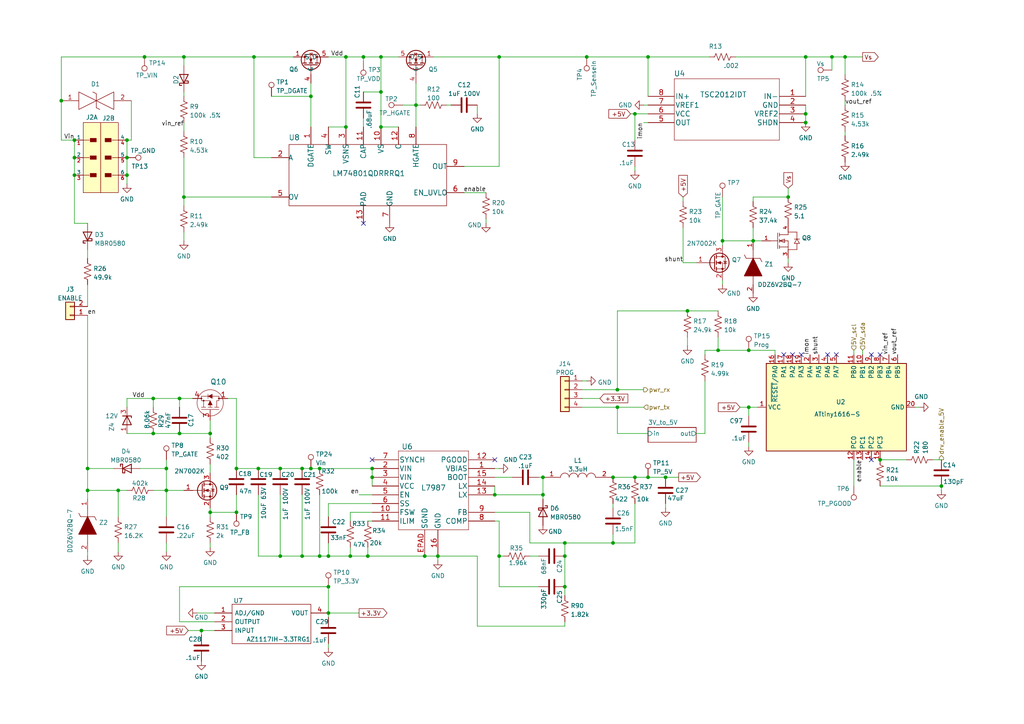
<source format=kicad_sch>
(kicad_sch (version 20230121) (generator eeschema)
  (paper "A4")
  (title_block (title "Power Supply") (company "Buildbotics LLC") (comment 1 "Copyright (c) 2016-2023, Buildbotics LLC") (comment 2 "Licensed under CERN-OHL-S v2 "))
  (junction (at 110.49 36.83))
  (junction (at 21.59 45.72))
  (junction (at 36.83 50.8))
  (junction (at 101.6 161.29))
  (junction (at 48.26 142.24))
  (junction (at 144.78 16.51))
  (junction (at 241.3 16.51))
  (junction (at 255.27 133.35))
  (junction (at 52.07 125.73))
  (junction (at 92.71 135.89))
  (junction (at 81.28 161.29))
  (junction (at 95.25 177.8))
  (junction (at 163.83 157.48))
  (junction (at 228.6 57.15))
  (junction (at 44.45 115.57))
  (junction (at 170.18 16.51))
  (junction (at 90.17 27.94))
  (junction (at 95.25 170.18))
  (junction (at 199.39 90.17))
  (junction (at 245.11 16.51))
  (junction (at 60.96 148.59))
  (junction (at 48.26 135.89))
  (junction (at 143.51 143.51))
  (junction (at 105.41 16.51))
  (junction (at 44.45 125.73))
  (junction (at 60.96 125.73))
  (junction (at 68.58 135.89))
  (junction (at 87.63 135.89))
  (junction (at 107.95 135.89))
  (junction (at 95.25 161.29))
  (junction (at 123.19 161.29))
  (junction (at 107.95 138.43))
  (junction (at 36.83 45.72))
  (junction (at 184.15 33.02))
  (junction (at 179.07 118.11))
  (junction (at 106.68 161.29))
  (junction (at 177.8 138.43))
  (junction (at 144.78 161.29))
  (junction (at 41.91 16.51))
  (junction (at 58.42 182.88))
  (junction (at 53.34 16.51))
  (junction (at 110.49 16.51))
  (junction (at 184.15 138.43))
  (junction (at 17.78 29.21))
  (junction (at 92.71 161.29))
  (junction (at 73.66 16.51))
  (junction (at 163.83 161.29))
  (junction (at 233.68 35.56))
  (junction (at 273.05 140.97))
  (junction (at 87.63 161.29))
  (junction (at 90.17 135.89))
  (junction (at 157.48 143.51))
  (junction (at 74.93 135.89))
  (junction (at 68.58 148.59))
  (junction (at 177.8 157.48))
  (junction (at 21.59 50.8))
  (junction (at 208.28 101.6))
  (junction (at 100.33 36.83))
  (junction (at 157.48 138.43))
  (junction (at 21.59 40.64))
  (junction (at 34.29 142.24))
  (junction (at 53.34 57.15))
  (junction (at 209.55 69.85))
  (junction (at 217.17 118.11))
  (junction (at 120.65 30.48))
  (junction (at 52.07 115.57))
  (junction (at 163.83 170.18))
  (junction (at 217.17 101.6))
  (junction (at 25.4 142.24))
  (junction (at 193.04 138.43))
  (junction (at 233.68 16.51))
  (junction (at 81.28 135.89))
  (junction (at 110.49 26.67))
  (junction (at 179.07 113.03))
  (junction (at 187.96 138.43))
  (junction (at 100.33 16.51))
  (junction (at 25.4 135.89))
  (junction (at 218.44 69.85))
  (junction (at 233.68 33.02))
  (junction (at 187.96 16.51))
  (junction (at 127 161.29))
  (junction (at 36.83 40.64))
  (no_connect (at 252.73 102.87))
  (no_connect (at 255.27 102.87))
  (no_connect (at 242.57 102.87))
  (no_connect (at 240.03 102.87))
  (no_connect (at 107.95 133.35))
  (no_connect (at 105.41 64.77))
  (no_connect (at 227.33 102.87))
  (no_connect (at 232.41 102.87))
  (no_connect (at 229.87 102.87))
  (no_connect (at 252.73 133.35))
  (no_connect (at 143.51 133.35))
  (wire (pts (xy 52.07 115.57) (xy 44.45 115.57)))
  (wire (pts (xy 157.48 144.78) (xy 157.48 143.51)))
  (wire (pts (xy 184.15 48.26) (xy 184.15 49.53)))
  (wire (pts (xy 199.39 100.33) (xy 199.39 97.79)))
  (wire (pts (xy 90.17 24.13) (xy 90.17 27.94)))
  (wire (pts (xy 218.44 66.04) (xy 218.44 69.85)))
  (wire (pts (xy 228.6 76.2) (xy 228.6 74.93)))
  (wire (pts (xy 53.34 57.15) (xy 78.74 57.15)))
  (wire (pts (xy 68.58 115.57) (xy 68.58 135.89)))
  (wire (pts (xy 179.07 90.17) (xy 179.07 113.03)))
  (wire (pts (xy 25.4 135.89) (xy 33.02 135.89)))
  (wire (pts (xy 21.59 64.77) (xy 25.4 64.77)))
  (wire (pts (xy 156.21 138.43) (xy 157.48 138.43)))
  (wire (pts (xy 25.4 142.24) (xy 25.4 144.78)))
  (wire (pts (xy 34.29 142.24) (xy 34.29 149.86)))
  (wire (pts (xy 116.84 30.48) (xy 120.65 30.48)))
  (wire (pts (xy 25.4 135.89) (xy 25.4 142.24)))
  (wire (pts (xy 153.67 161.29) (xy 156.21 161.29)))
  (wire (pts (xy 177.8 147.32) (xy 177.8 146.05)))
  (wire (pts (xy 38.1 40.64) (xy 36.83 40.64)))
  (wire (pts (xy 104.14 143.51) (xy 107.95 143.51)))
  (wire (pts (xy 105.41 34.29) (xy 105.41 36.83)))
  (wire (pts (xy 182.88 33.02) (xy 184.15 33.02)))
  (wire (pts (xy 127 162.56) (xy 127 161.29)))
  (wire (pts (xy 177.8 157.48) (xy 177.8 154.94)))
  (wire (pts (xy 53.34 26.67) (xy 53.34 27.94)))
  (wire (pts (xy 95.25 157.48) (xy 95.25 161.29)))
  (wire (pts (xy 144.78 161.29) (xy 146.05 161.29)))
  (wire (pts (xy 224.79 102.87) (xy 224.79 101.6)))
  (wire (pts (xy 60.96 125.73) (xy 60.96 127)))
  (wire (pts (xy 198.12 76.2) (xy 201.93 76.2)))
  (wire (pts (xy 214.63 118.11) (xy 217.17 118.11)))
  (wire (pts (xy 73.66 16.51) (xy 85.09 16.51)))
  (wire (pts (xy 36.83 142.24) (xy 34.29 142.24)))
  (wire (pts (xy 107.95 148.59) (xy 101.6 148.59)))
  (wire (pts (xy 144.78 151.13) (xy 144.78 161.29)))
  (wire (pts (xy 36.83 50.8) (xy 36.83 53.34)))
  (wire (pts (xy 127 161.29) (xy 138.43 161.29)))
  (wire (pts (xy 38.1 29.21) (xy 38.1 40.64)))
  (wire (pts (xy 74.93 135.89) (xy 81.28 135.89)))
  (wire (pts (xy 179.07 113.03) (xy 168.91 113.03)))
  (wire (pts (xy 106.68 161.29) (xy 123.19 161.29)))
  (wire (pts (xy 53.34 57.15) (xy 53.34 59.69)))
  (wire (pts (xy 209.55 69.85) (xy 218.44 69.85)))
  (wire (pts (xy 81.28 143.51) (xy 81.28 161.29)))
  (wire (pts (xy 68.58 143.51) (xy 68.58 148.59)))
  (wire (pts (xy 48.26 142.24) (xy 48.26 149.86)))
  (wire (pts (xy 60.96 134.62) (xy 60.96 137.16)))
  (wire (pts (xy 101.6 158.75) (xy 101.6 161.29)))
  (wire (pts (xy 66.04 115.57) (xy 68.58 115.57)))
  (wire (pts (xy 34.29 160.02) (xy 34.29 157.48)))
  (wire (pts (xy 110.49 36.83) (xy 115.57 36.83)))
  (wire (pts (xy 184.15 138.43) (xy 187.96 138.43)))
  (wire (pts (xy 129.54 30.48) (xy 130.81 30.48)))
  (wire (pts (xy 170.18 16.51) (xy 187.96 16.51)))
  (wire (pts (xy 143.51 138.43) (xy 148.59 138.43)))
  (wire (pts (xy 144.78 161.29) (xy 144.78 170.18)))
  (wire (pts (xy 228.6 57.15) (xy 218.44 57.15)))
  (wire (pts (xy 199.39 90.17) (xy 208.28 90.17)))
  (wire (pts (xy 157.48 138.43) (xy 157.48 143.51)))
  (wire (pts (xy 209.55 69.85) (xy 209.55 71.12)))
  (wire (pts (xy 52.07 180.34) (xy 52.07 170.18)))
  (wire (pts (xy 52.07 125.73) (xy 60.96 125.73)))
  (wire (pts (xy 163.83 157.48) (xy 177.8 157.48)))
  (wire (pts (xy 143.51 143.51) (xy 157.48 143.51)))
  (wire (pts (xy 187.96 16.51) (xy 205.74 16.51)))
  (wire (pts (xy 198.12 57.15) (xy 198.12 58.42)))
  (wire (pts (xy 245.11 16.51) (xy 245.11 21.59)))
  (wire (pts (xy 58.42 182.88) (xy 62.23 182.88)))
  (wire (pts (xy 100.33 16.51) (xy 105.41 16.51)))
  (wire (pts (xy 209.55 57.15) (xy 209.55 69.85)))
  (wire (pts (xy 48.26 135.89) (xy 48.26 142.24)))
  (wire (pts (xy 95.25 187.96) (xy 95.25 186.69)))
  (wire (pts (xy 177.8 138.43) (xy 184.15 138.43)))
  (wire (pts (xy 68.58 135.89) (xy 74.93 135.89)))
  (wire (pts (xy 101.6 161.29) (xy 106.68 161.29)))
  (wire (pts (xy 163.83 157.48) (xy 163.83 161.29)))
  (wire (pts (xy 179.07 118.11) (xy 179.07 125.73)))
  (wire (pts (xy 163.83 181.61) (xy 163.83 180.34)))
  (wire (pts (xy 184.15 146.05) (xy 184.15 157.48)))
  (wire (pts (xy 163.83 181.61) (xy 138.43 181.61)))
  (wire (pts (xy 74.93 161.29) (xy 81.28 161.29)))
  (wire (pts (xy 218.44 69.85) (xy 220.98 69.85)))
  (wire (pts (xy 95.25 36.83) (xy 100.33 36.83)))
  (wire (pts (xy 134.62 48.26) (xy 144.78 48.26)))
  (wire (pts (xy 105.41 16.51) (xy 105.41 17.78)))
  (wire (pts (xy 41.91 16.51) (xy 53.34 16.51)))
  (wire (pts (xy 184.15 33.02) (xy 184.15 40.64)))
  (wire (pts (xy 233.68 30.48) (xy 233.68 33.02)))
  (wire (pts (xy 25.4 91.44) (xy 25.4 135.89)))
  (wire (pts (xy 78.74 45.72) (xy 73.66 45.72)))
  (wire (pts (xy 204.47 101.6) (xy 204.47 102.87)))
  (wire (pts (xy 73.66 45.72) (xy 73.66 16.51)))
  (wire (pts (xy 90.17 27.94) (xy 90.17 36.83)))
  (wire (pts (xy 36.83 40.64) (xy 36.83 45.72)))
  (wire (pts (xy 95.25 177.8) (xy 104.14 177.8)))
  (wire (pts (xy 53.34 35.56) (xy 53.34 38.1)))
  (wire (pts (xy 217.17 118.11) (xy 217.17 120.65)))
  (wire (pts (xy 184.15 157.48) (xy 177.8 157.48)))
  (wire (pts (xy 144.78 170.18) (xy 156.21 170.18)))
  (wire (pts (xy 17.78 16.51) (xy 41.91 16.51)))
  (wire (pts (xy 179.07 125.73) (xy 187.96 125.73)))
  (wire (pts (xy 245.11 29.21) (xy 245.11 30.48)))
  (wire (pts (xy 153.67 157.48) (xy 163.83 157.48)))
  (wire (pts (xy 198.12 66.04) (xy 198.12 76.2)))
  (wire (pts (xy 60.96 147.32) (xy 60.96 148.59)))
  (wire (pts (xy 218.44 57.15) (xy 218.44 58.42)))
  (wire (pts (xy 44.45 125.73) (xy 52.07 125.73)))
  (wire (pts (xy 208.28 97.79) (xy 208.28 101.6)))
  (wire (pts (xy 60.96 148.59) (xy 68.58 148.59)))
  (wire (pts (xy 106.68 158.75) (xy 106.68 161.29)))
  (wire (pts (xy 74.93 143.51) (xy 74.93 161.29)))
  (wire (pts (xy 53.34 45.72) (xy 53.34 57.15)))
  (wire (pts (xy 92.71 161.29) (xy 95.25 161.29)))
  (wire (pts (xy 107.95 146.05) (xy 95.25 146.05)))
  (wire (pts (xy 92.71 143.51) (xy 92.71 161.29)))
  (wire (pts (xy 270.51 133.35) (xy 273.05 133.35)))
  (wire (pts (xy 52.07 170.18) (xy 95.25 170.18)))
  (wire (pts (xy 255.27 133.35) (xy 262.89 133.35)))
  (wire (pts (xy 186.69 30.48) (xy 187.96 30.48)))
  (wire (pts (xy 101.6 148.59) (xy 101.6 151.13)))
  (wire (pts (xy 21.59 40.64) (xy 21.59 45.72)))
  (wire (pts (xy 53.34 142.24) (xy 48.26 142.24)))
  (wire (pts (xy 95.25 16.51) (xy 100.33 16.51)))
  (wire (pts (xy 48.26 133.35) (xy 48.26 135.89)))
  (wire (pts (xy 95.25 170.18) (xy 95.25 177.8)))
  (wire (pts (xy 21.59 50.8) (xy 21.59 64.77)))
  (wire (pts (xy 233.68 16.51) (xy 241.3 16.51)))
  (wire (pts (xy 95.25 161.29) (xy 101.6 161.29)))
  (wire (pts (xy 217.17 128.27) (xy 217.17 129.54)))
  (wire (pts (xy 199.39 90.17) (xy 179.07 90.17)))
  (wire (pts (xy 143.51 151.13) (xy 144.78 151.13)))
  (wire (pts (xy 60.96 148.59) (xy 60.96 149.86)))
  (wire (pts (xy 36.83 115.57) (xy 36.83 118.11)))
  (wire (pts (xy 107.95 151.13) (xy 106.68 151.13)))
  (wire (pts (xy 187.96 16.51) (xy 187.96 27.94)))
  (wire (pts (xy 140.97 63.5) (xy 140.97 64.77)))
  (wire (pts (xy 187.96 138.43) (xy 193.04 138.43)))
  (wire (pts (xy 17.78 16.51) (xy 17.78 29.21)))
  (wire (pts (xy 58.42 182.88) (xy 58.42 184.15)))
  (wire (pts (xy 233.68 16.51) (xy 233.68 27.94)))
  (wire (pts (xy 187.96 35.56) (xy 186.69 35.56)))
  (wire (pts (xy 143.51 140.97) (xy 143.51 143.51)))
  (wire (pts (xy 209.55 82.55) (xy 209.55 81.28)))
  (wire (pts (xy 40.64 135.89) (xy 48.26 135.89)))
  (wire (pts (xy 134.62 55.88) (xy 140.97 55.88)))
  (wire (pts (xy 204.47 125.73) (xy 204.47 110.49)))
  (wire (pts (xy 168.91 115.57) (xy 173.99 115.57)))
  (wire (pts (xy 78.74 27.94) (xy 90.17 27.94)))
  (wire (pts (xy 179.07 113.03) (xy 186.69 113.03)))
  (wire (pts (xy 25.4 142.24) (xy 34.29 142.24)))
  (wire (pts (xy 60.96 121.92) (xy 60.96 125.73)))
  (wire (pts (xy 120.65 30.48) (xy 121.92 30.48)))
  (wire (pts (xy 36.83 45.72) (xy 36.83 50.8)))
  (wire (pts (xy 245.11 38.1) (xy 245.11 39.37)))
  (wire (pts (xy 110.49 16.51) (xy 115.57 16.51)))
  (wire (pts (xy 44.45 115.57) (xy 36.83 115.57)))
  (wire (pts (xy 52.07 115.57) (xy 52.07 118.11)))
  (wire (pts (xy 163.83 170.18) (xy 163.83 172.72)))
  (wire (pts (xy 81.28 161.29) (xy 87.63 161.29)))
  (wire (pts (xy 255.27 140.97) (xy 273.05 140.97)))
  (wire (pts (xy 273.05 140.97) (xy 273.05 142.24)))
  (wire (pts (xy 90.17 135.89) (xy 92.71 135.89)))
  (wire (pts (xy 144.78 48.26) (xy 144.78 16.51)))
  (wire (pts (xy 228.6 54.61) (xy 228.6 57.15)))
  (wire (pts (xy 95.25 177.8) (xy 95.25 179.07)))
  (wire (pts (xy 54.61 182.88) (xy 58.42 182.88)))
  (wire (pts (xy 208.28 101.6) (xy 217.17 101.6)))
  (wire (pts (xy 250.19 101.6) (xy 250.19 102.87)))
  (wire (pts (xy 48.26 160.02) (xy 48.26 157.48)))
  (wire (pts (xy 144.78 135.89) (xy 143.51 135.89)))
  (wire (pts (xy 57.15 177.8) (xy 62.23 177.8)))
  (wire (pts (xy 138.43 30.48) (xy 138.43 33.02)))
  (wire (pts (xy 87.63 143.51) (xy 87.63 161.29)))
  (wire (pts (xy 120.65 36.83) (xy 120.65 30.48)))
  (wire (pts (xy 193.04 146.05) (xy 193.04 147.32)))
  (wire (pts (xy 110.49 26.67) (xy 110.49 36.83)))
  (wire (pts (xy 184.15 33.02) (xy 187.96 33.02)))
  (wire (pts (xy 247.65 101.6) (xy 247.65 102.87)))
  (wire (pts (xy 143.51 148.59) (xy 153.67 148.59)))
  (wire (pts (xy 217.17 118.11) (xy 219.71 118.11)))
  (wire (pts (xy 170.18 110.49) (xy 168.91 110.49)))
  (wire (pts (xy 25.4 160.02) (xy 25.4 161.29)))
  (wire (pts (xy 87.63 135.89) (xy 90.17 135.89)))
  (wire (pts (xy 100.33 16.51) (xy 100.33 36.83)))
  (wire (pts (xy 247.65 140.97) (xy 247.65 133.35)))
  (wire (pts (xy 125.73 16.51) (xy 144.78 16.51)))
  (wire (pts (xy 95.25 146.05) (xy 95.25 149.86)))
  (wire (pts (xy 92.71 135.89) (xy 107.95 135.89)))
  (wire (pts (xy 110.49 16.51) (xy 110.49 26.67)))
  (wire (pts (xy 107.95 135.89) (xy 107.95 138.43)))
  (wire (pts (xy 107.95 138.43) (xy 107.95 140.97)))
  (wire (pts (xy 21.59 45.72) (xy 21.59 50.8)))
  (wire (pts (xy 105.41 26.67) (xy 110.49 26.67)))
  (wire (pts (xy 53.34 16.51) (xy 73.66 16.51)))
  (wire (pts (xy 87.63 161.29) (xy 92.71 161.29)))
  (wire (pts (xy 44.45 142.24) (xy 48.26 142.24)))
  (wire (pts (xy 217.17 101.6) (xy 224.79 101.6)))
  (wire (pts (xy 245.11 16.51) (xy 250.19 16.51)))
  (wire (pts (xy 179.07 118.11) (xy 186.69 118.11)))
  (wire (pts (xy 25.4 72.39) (xy 25.4 74.93)))
  (wire (pts (xy 241.3 16.51) (xy 241.3 20.32)))
  (wire (pts (xy 266.7 118.11) (xy 265.43 118.11)))
  (wire (pts (xy 81.28 135.89) (xy 87.63 135.89)))
  (wire (pts (xy 138.43 181.61) (xy 138.43 161.29)))
  (wire (pts (xy 193.04 138.43) (xy 196.85 138.43)))
  (wire (pts (xy 62.23 180.34) (xy 52.07 180.34)))
  (wire (pts (xy 25.4 82.55) (xy 25.4 88.9)))
  (wire (pts (xy 123.19 161.29) (xy 127 161.29)))
  (wire (pts (xy 233.68 33.02) (xy 233.68 35.56)))
  (wire (pts (xy 144.78 16.51) (xy 170.18 16.51)))
  (wire (pts (xy 163.83 161.29) (xy 163.83 170.18)))
  (wire (pts (xy 120.65 24.13) (xy 120.65 30.48)))
  (wire (pts (xy 241.3 16.51) (xy 245.11 16.51)))
  (wire (pts (xy 53.34 19.05) (xy 53.34 16.51)))
  (wire (pts (xy 204.47 101.6) (xy 208.28 101.6)))
  (wire (pts (xy 36.83 125.73) (xy 44.45 125.73)))
  (wire (pts (xy 52.07 115.57) (xy 55.88 115.57)))
  (wire (pts (xy 153.67 148.59) (xy 153.67 157.48)))
  (wire (pts (xy 201.93 125.73) (xy 204.47 125.73)))
  (wire (pts (xy 60.96 158.75) (xy 60.96 157.48)))
  (wire (pts (xy 213.36 16.51) (xy 233.68 16.51)))
  (wire (pts (xy 53.34 67.31) (xy 53.34 69.85)))
  (wire (pts (xy 105.41 16.51) (xy 110.49 16.51)))
  (wire (pts (xy 44.45 115.57) (xy 44.45 118.11)))
  (wire (pts (xy 168.91 118.11) (xy 179.07 118.11)))
  (wire (pts (xy 17.78 40.64) (xy 21.59 40.64)))
  (wire (pts (xy 17.78 29.21) (xy 17.78 40.64)))
  (label "Vin" (at 21.59 40.64 180))
  (label "shunt" (at 237.49 102.87 90))
  (label "en" (at 25.4 91.44 0))
  (label "vout_ref" (at 245.11 30.48 0))
  (label "shunt" (at 198.12 76.2 180))
  (label "Vdd" (at 38.3794 115.57 0))
  (label "vout_ref" (at 260.35 102.87 90))
  (label "enable" (at 250.19 133.35 270))
  (label "imon" (at 186.69 35.56 270))
  (label "enable" (at 140.97 55.88 180))
  (label "vin_ref" (at 257.81 102.87 90))
  (label "vin_ref" (at 53.34 36.83 180))
  (label "en" (at 104.14 143.51 180))
  (label "imon" (at 234.95 102.87 90))
  (label "Vdd" (at 99.568 16.51 180))
  (global_label "+5V" (shape input) (at 54.61 182.88 180) (property "Intersheetrefs" "${INTERSHEET_REFS}" (effects hide)))
  (global_label "+5V" (shape output) (at 196.85 138.43 0) (property "Intersheetrefs" "${INTERSHEET_REFS}" (effects hide)))
  (global_label "+5V" (shape input) (at 214.63 118.11 180) (property "Intersheetrefs" "${INTERSHEET_REFS}" (effects hide)))
  (global_label "+5V" (shape input) (at 182.88 33.02 180) (property "Intersheetrefs" "${INTERSHEET_REFS}" (effects hide)))
  (global_label "Vs" (shape input) (at 228.6 54.61 90) (property "Intersheetrefs" "${INTERSHEET_REFS}" (effects hide)))
  (global_label "+3.3V" (shape output) (at 104.14 177.8 0) (property "Intersheetrefs" "${INTERSHEET_REFS}" (effects hide)))
  (global_label "+3.3V" (shape input) (at 173.99 115.57 0) (property "Intersheetrefs" "${INTERSHEET_REFS}" (effects hide)))
  (global_label "Vs" (shape output) (at 250.19 16.51 0) (property "Intersheetrefs" "${INTERSHEET_REFS}" (effects hide)))
  (global_label "+5V" (shape input) (at 198.12 57.15 90) (property "Intersheetrefs" "${INTERSHEET_REFS}" (effects hide)))
  (hierarchical_label "5V_sda" (shape input) (at 250.19 101.6 90))
  (hierarchical_label "drv_enable_5V" (shape output) (at 273.05 133.35 90))
  (hierarchical_label "5V_scl" (shape input) (at 247.65 101.6 90))
  (hierarchical_label "pwr_tx" (shape input) (at 186.69 118.11 0))
  (hierarchical_label "pwr_rx" (shape output) (at 186.69 113.03 0))
  (symbol (lib_id "power:GND") (at 228.6 76.2 0) (unit 1)
    (property "Reference" "#PWR0125" (effects hide))
    (property "Value" "GND" (at 228.6 80.6434 0))
  )
  (symbol (lib_id "Device:R_US") (at 204.47 106.68 0) (unit 1)
    (property "Reference" "R19" (at 206.121 105.8453 0) (effects (justify left)))
    (property "Value" "4.99k" (at 206.121 108.3822 0) (effects (justify left)))
    (property "Footprint" "Resistor_SMD:R_0805_2012Metric_Pad1.20x1.40mm_HandSolder" (effects hide))
    (property "Model" "RC0805FR-074K99L" (effects hide))
  )
  (symbol (lib_id "Diode:MBR0580") (at 36.83 135.89 0) (unit 1)
    (property "Reference" "D4" (at 36.5125 130.9202 0))
    (property "Value" "MBR0580" (at 36.5125 133.4571 0))
    (property "Footprint" "Diode_SMD:D_SOD-123" (effects hide))
    (property "Datasheet" "http://www.mccsemi.com/up_pdf/MBR0520~MBR0580(SOD123).pdf" (effects hide))
    (property "Model" "MBR0580S1-7" (effects hide))
  )
  (symbol (lib_id "Device:R_US") (at 60.96 130.81 0) (unit 1)
    (property "Reference" "R30" (at 62.611 129.9753 0) (effects (justify left)))
    (property "Value" "402" (at 62.611 132.5122 0) (effects (justify left)))
    (property "Footprint" "Resistor_SMD:R_0805_2012Metric_Pad1.20x1.40mm_HandSolder" (effects hide))
    (property "Model" "RC0805FR-07402RL" (effects hide))
  )
  (symbol (lib_id "Connector:TestPoint") (at 116.84 30.48 90) (unit 1)
    (property "Reference" "TP2" (at 113.538 28.702 90))
    (property "Value" "TP_HGATE" (at 114.554 32.766 90))
    (property "Footprint" "Connector_PinHeader_1.00mm:PinHeader_1x01_P1.00mm_Vertical" (effects hide))
  )
  (symbol (lib_id "Device:R_US") (at 245.11 25.4 0) (unit 1)
    (property "Reference" "R14" (at 246.761 24.5653 0) (effects (justify left)))
    (property "Value" "100k .5%" (at 246.761 27.1022 0) (effects (justify left)))
    (property "Footprint" "Resistor_SMD:R_0805_2012Metric_Pad1.20x1.40mm_HandSolder" (effects hide))
    (property "Model" "RT0805DRE07100KL" (effects hide))
  )
  (symbol (lib_id "Device:C") (at 160.02 161.29 270) (unit 1)
    (property "Reference" "C24" (at 162.306 162.306 0) (effects (justify left)))
    (property "Value" "68nF" (at 157.734 161.798 0) (effects (justify left)))
    (property "Footprint" "Capacitor_SMD:C_0805_2012Metric_Pad1.18x1.45mm_HandSolder" (effects hide))
    (property "Model" "CC0805KRX7R9BB683" (effects hide))
  )
  (symbol (lib_name "GND_7") (lib_id "power:GND") (at 273.05 142.24 0) (unit 1)
    (property "Reference" "#PWR0119" (effects hide))
    (property "Value" "GND" (at 273.05 146.6834 0))
  )
  (symbol (lib_id "Transistor_FET:2N7002K") (at 58.42 142.24 0) (unit 1)
    (property "Reference" "Q9" (at 63.627 141.4053 0) (effects (justify left)))
    (property "Value" "2N7002K" (at 50.546 136.652 0) (effects (justify left)))
    (property "Footprint" "Package_TO_SOT_SMD:SOT-23" (effects hide))
    (property "Datasheet" "https://www.diodes.com/assets/Datasheets/ds30896.pdf" (effects hide))
    (property "Model" "2N7002K" (effects hide))
  )
  (symbol (lib_name "GND_20") (lib_id "power:GND") (at 199.39 100.33 0) (unit 1)
    (property "Reference" "#PWR0117" (effects hide))
    (property "Value" "GND" (at 199.39 104.7734 0))
  )
  (symbol (lib_id "Device:C") (at 58.42 187.96 0) (unit 1)
    (property "Reference" "C28" (at 54.61 185.42 0) (effects (justify left)))
    (property "Value" ".1uF" (at 53.848 190.754 0) (effects (justify left)))
    (property "Footprint" "Capacitor_SMD:C_0805_2012Metric_Pad1.18x1.45mm_HandSolder" (effects hide))
    (property "Model" "C0805C104M5RACTU" (effects hide))
  )
  (symbol (lib_id "1LibBBCTRL:LM74800QDRRRQ1") (at 83.82 41.91 0) (unit 1)
    (property "Reference" "U8" (at 85.344 39.878 0) (effects (font (size 1.524 1.524))))
    (property "Value" "LM74801QDRRRQ1" (at 106.934 50.292 0) (effects (font (size 1.524 1.524))))
    (property "Footprint" "Project_Footprints_Library:LM74800QDRRRQ1" (effects hide))
    (property "Model" "LM74801QDRRRQ1" (effects hide))
  )
  (symbol (lib_name "GND_25") (lib_id "power:GND") (at 245.11 46.99 0) (unit 1)
    (property "Reference" "#PWR0115" (effects hide))
    (property "Value" "GND" (at 245.11 51.4334 0))
  )
  (symbol (lib_id "Device:C") (at 52.07 121.92 180) (unit 1)
    (property "Reference" "C17" (at 55.372 121.92 90))
    (property "Value" "47nF" (at 48.768 121.92 90))
    (property "Footprint" "Capacitor_SMD:C_0805_2012Metric_Pad1.18x1.45mm_HandSolder" (effects hide))
    (property "Model" "CL21B473KCCWPNC" (effects hide))
  )
  (symbol (lib_id "1LibBBCTRL:NTD5867NLT4G") (at 220.98 69.85 0) (unit 1)
    (property "Reference" "Q8" (at 232.537 69.0153 0) (effects (justify left)))
    (property "Value" "NTD5867NLT4G" (effects hide))
    (property "Footprint" "Project_Footprints_Library:On_Semiconductor-NTD5867NLT4G-Manufacturer_Recommended" (effects hide))
    (property "Datasheet" "http://www.onsemi.com/pub/Collateral/NTD5867NL-D.PDF" (effects hide))
    (property "Channel Polarity" "N Channel" (effects hide))
    (property "Ciss Typ pF" "675" (effects hide))
    (property "Component Link 1 Description" "Manufacturer URL" (effects hide))
    (property "Component Link 1 URL" "http://www.onsemi.com/" (effects hide))
    (property "Component Link 3 Description" "Package Specification" (effects hide))
    (property "Component Link 3 URL" "http://www.onsemi.cn/pub_link/Collateral/369AA.PDF" (effects hide))
    (property "Configuration" "Single" (effects hide))
    (property "Coss Typ pF" "68" (effects hide))
    (property "Crss Typ pF" "47" (effects hide))
    (property "Datasheet Version" "Rev. 2" (effects hide))
    (property "Mounting Technology" "Surface Mount" (effects hide))
    (property "PD Max W" "36" (effects hide))
    (property "Package Description" "3-Pin Flange Mount, Body 6.54 x 6.095 mm, Pitch 2.29 mm" (effects hide))
    (property "Package Type" "DPAK-3, IPAK-4" (effects hide))
    (property "Package Version" "Rev. B, 06/2010" (effects hide))
    (property "Packing" "Tape and Reel" (effects hide))
    (property "Qrr Typ nC" "12" (effects hide))
    (property "VBRDSS Min V" "60" (effects hide))
    (property "VGSth Max V" "2.5" (effects hide))
    (property "category" "Trans" (effects hide))
    (property "ciiva ids" "2570172" (effects hide))
    (property "library id" "412ea6bf168d1bc1" (effects hide))
    (property "manufacturer" "On Semiconductor" (effects hide))
    (property "package" "DPAK-3-369AA-01" (effects hide))
    (property "release date" "1407149587" (effects hide))
    (property "rohs" "No" (effects hide))
    (property "vault revision" "82276418-1D90-403A-B020-11A36D4E3DC7" (effects hide))
    (property "imported" "yes" (effects hide))
    (property "Model" "NTD5867NLT4G" (effects hide))
  )
  (symbol (lib_name "GND_5") (lib_id "power:GND") (at 53.34 69.85 0) (unit 1)
    (property "Reference" "#PWR0107" (effects hide))
    (property "Value" "GND" (at 53.34 74.2934 0))
  )
  (symbol (lib_name "GND_26") (lib_id "power:GND") (at 184.15 49.53 0) (unit 1)
    (property "Reference" "#PWR0114" (effects hide))
    (property "Value" "GND" (at 184.15 53.9734 0))
  )
  (symbol (lib_id "Device:R_US") (at 53.34 41.91 0) (unit 1)
    (property "Reference" "R10" (at 54.991 41.0753 0) (effects (justify left)))
    (property "Value" "4.53k" (at 54.991 43.6122 0) (effects (justify left)))
    (property "Footprint" "Resistor_SMD:R_0805_2012Metric_Pad1.20x1.40mm_HandSolder" (effects hide))
    (property "Model" "RT0805DRE074K53L" (effects hide))
  )
  (symbol (lib_id "Connector:TestPoint") (at 78.74 27.94 0) (unit 1)
    (property "Reference" "TP1" (at 80.137 23.8033 0) (effects (justify left)))
    (property "Value" "TP_DGATE" (at 80.137 26.3402 0) (effects (justify left)))
    (property "Footprint" "Project_Footprints_Library:test_point" (effects hide))
  )
  (symbol (lib_id "Device:R_US") (at 198.12 62.23 0) (unit 1)
    (property "Reference" "R23" (at 199.771 61.3953 0) (effects (justify left)))
    (property "Value" "10k" (at 199.771 63.9322 0) (effects (justify left)))
    (property "Footprint" "Resistor_SMD:R_0805_2012Metric_Pad1.20x1.40mm_HandSolder" (effects hide))
    (property "Model" "RC0805FR-0710KL" (effects hide))
  )
  (symbol (lib_name "GND_24") (lib_id "power:GND") (at 186.69 30.48 270) (unit 1)
    (property "Reference" "#PWR0110" (effects hide))
    (property "Value" "GND" (at 179.324 30.48 90) (effects (justify left)))
  )
  (symbol (lib_name "GND_23") (lib_id "power:GND") (at 170.18 110.49 90) (unit 1)
    (property "Reference" "#PWR0120" (effects hide))
    (property "Value" "GND" (at 173.355 110.9238 90) (effects (justify right)))
  )
  (symbol (lib_id "Device:R_US") (at 92.71 139.7 0) (unit 1)
    (property "Reference" "R32" (at 93.218 136.652 0) (effects (justify left)))
    (property "Value" "100k" (at 93.218 142.494 0) (effects (justify left)))
    (property "Footprint" "Resistor_SMD:R_0805_2012Metric_Pad1.20x1.40mm_HandSolder" (effects hide))
    (property "Model" "RC0805FR-07100KL" (effects hide))
  )
  (symbol (lib_id "Connector:TestPoint") (at 90.17 135.89 0) (unit 1)
    (property "Reference" "TP24" (at 91.567 131.7533 0) (effects (justify left)))
    (property "Value" "Vin" (at 91.567 134.2902 0) (effects (justify left)))
    (property "Footprint" "Project_Footprints_Library:test_point" (effects hide))
  )
  (symbol (lib_name "GND_22") (lib_id "power:GND") (at 218.44 85.09 0) (unit 1)
    (property "Reference" "#PWR0123" (effects hide))
    (property "Value" "GND" (at 218.44 89.5334 0))
  )
  (symbol (lib_id "Device:C") (at 152.4 138.43 90) (unit 1)
    (property "Reference" "C23" (at 152.4 132.5712 90))
    (property "Value" ".1uF" (at 152.4 135.1081 90))
    (property "Footprint" "Capacitor_SMD:C_0805_2012Metric_Pad1.18x1.45mm_HandSolder" (effects hide))
    (property "Model" "C0805C104M5RACTU" (effects hide))
  )
  (symbol (lib_id "1LibBBCTRL:TSC2012IDT") (at 233.68 27.94 0) (mirror y) (unit 1)
    (property "Reference" "U4" (at 197.104 21.336 0) (effects (font (size 1.524 1.524))))
    (property "Value" "TSC2012IDT" (at 209.804 27.432 0) (effects (font (size 1.524 1.524))))
    (property "Footprint" "Project_Footprints_Library:TSC2012IDT" (effects hide))
    (property "Datasheet" "https://datasheet.octopart.com/TSC2012IDT-STMicroelectronics-datasheet-153441504.pdf" (effects hide))
    (property "Model" "TSC2012IDT" (effects hide))
  )
  (symbol (lib_id "Device:R_US") (at 208.28 93.98 0) (unit 1)
    (property "Reference" "R18" (at 209.931 93.1453 0) (effects (justify left)))
    (property "Value" "10k" (at 209.931 95.6822 0) (effects (justify left)))
    (property "Footprint" "Resistor_SMD:R_0805_2012Metric_Pad1.20x1.40mm_HandSolder" (effects hide))
    (property "Model" "RC0805FR-0710KL" (effects hide))
  )
  (symbol (lib_id "Connector:TestPoint") (at 48.26 133.35 0) (unit 1)
    (property "Reference" "TP8" (at 49.657 129.2133 0) (effects (justify left)))
    (property "Value" "TP_GATE" (at 49.657 131.7502 0) (effects (justify left)))
    (property "Footprint" "Project_Footprints_Library:test_point" (effects hide))
  )
  (symbol (lib_id "Connector:TestPoint") (at 41.91 16.51 180) (unit 1)
    (property "Reference" "TP14" (at 43.18 18.288 0) (effects (justify right)))
    (property "Value" "TP_VIN" (at 39.37 21.844 0) (effects (justify right)))
    (property "Footprint" "Project_Footprints_Library:test_point" (effects hide))
  )
  (symbol (lib_id "1LibBBCTRL:ATtiny1616-S") (at 242.57 118.11 90) (unit 1)
    (property "Reference" "U2" (at 243.84 116.586 90))
    (property "Value" "ATtiny1616-S" (at 242.824 120.142 90))
    (property "Footprint" "Package_SO:SOIC-20W_7.5x12.8mm_P1.27mm" (effects hide))
    (property "Datasheet" "http://ww1.microchip.com/downloads/en/DeviceDoc/ATtiny3216_ATtiny1616-data-sheet-40001997B.pdf" (effects hide))
    (property "Model" "ATtiny1616-S" (effects hide))
  )
  (symbol (lib_id "1LibBBCTRL:FDC5614P") (at 64.77 137.16 270) (mirror x) (unit 1)
    (property "Reference" "Q10" (at 60.96 110.744 90) (effects (font (size 1.524 1.524)) (justify left)))
    (property "Value" "FDC5614P" (effects hide))
    (property "Footprint" "Project_Footprints_Library:FDC5614P" (effects hide))
    (property "Datasheet" "https://www.farnell.com/datasheets/2304101.pdf" (effects hide))
    (property "Model" "FDC5614P" (effects hide))
  )
  (symbol (lib_name "GND_8") (lib_id "power:GND") (at 217.17 129.54 0) (unit 1)
    (property "Reference" "#PWR07" (effects hide))
    (property "Value" "GND" (at 217.17 133.9834 0))
  )
  (symbol (lib_id "Device:R_US") (at 255.27 137.16 0) (unit 1)
    (property "Reference" "R21" (at 256.921 136.3253 0) (effects (justify left)))
    (property "Value" "10k" (at 256.921 138.8622 0) (effects (justify left)))
    (property "Footprint" "Resistor_SMD:R_0805_2012Metric_Pad1.20x1.40mm_HandSolder" (effects hide))
    (property "Model" "RC0805FR-0710KL" (effects hide))
  )
  (symbol (lib_name "GND_27") (lib_id "power:GND") (at 233.68 35.56 0) (unit 1)
    (property "Reference" "#PWR0111" (effects hide))
    (property "Value" "GND" (at 233.68 40.0034 0))
  )
  (symbol (lib_id "1LibBBCTRL:MMBZ5242BLT3G") (at 36.83 121.92 270) (unit 1)
    (property "Reference" "Z4" (at 32.385 123.825 0))
    (property "Value" "12V" (at 32.385 120.65 90))
    (property "Footprint" "Package_TO_SOT_SMD:SOT-23" (effects hide))
    (property "Datasheet" "https://www.onsemi.com/pdf/datasheet/mmbz5221blt1-d.pdf" (effects hide))
    (property "Model" "MMBZ5242BLT3G" (effects hide))
  )
  (symbol (lib_id "Connector_Generic:Conn_01x04") (at 163.83 113.03 0) (mirror y) (unit 1)
    (property "Reference" "J14" (at 163.83 105.5202 0))
    (property "Value" "PROG" (at 163.83 108.0571 0))
    (property "Footprint" "Connector_PinHeader_2.54mm:PinHeader_1x04_P2.54mm_Vertical" (effects hide))
    (property "Model" "M20-9990446" (effects hide))
  )
  (symbol (lib_id "Transistor_FET:2N7002K") (at 207.01 76.2 0) (unit 1)
    (property "Reference" "Q7" (at 212.217 75.3653 0) (effects (justify left)))
    (property "Value" "2N7002K" (at 199.136 70.612 0) (effects (justify left)))
    (property "Footprint" "Package_TO_SOT_SMD:SOT-23" (effects hide))
    (property "Datasheet" "https://www.diodes.com/assets/Datasheets/ds30896.pdf" (effects hide))
    (property "Model" "2N7002K" (effects hide))
  )
  (symbol (lib_id "Connector:TestPoint") (at 105.41 17.78 180) (unit 1)
    (property "Reference" "TP3" (at 106.807 20.2473 0) (effects (justify right)))
    (property "Value" "TP_VDD" (at 103.378 22.86 0) (effects (justify right)))
    (property "Footprint" "Project_Footprints_Library:test_point" (effects hide))
  )
  (symbol (lib_id "Device:C") (at 193.04 142.24 0) (unit 1)
    (property "Reference" "C27" (at 195.834 142.24 0) (effects (justify left)))
    (property "Value" "47uF" (at 193.548 144.526 0) (effects (justify left)))
    (property "Footprint" "Capacitor_SMD:C_1210_3225Metric_Pad1.33x2.70mm_HandSolder" (effects hide))
    (property "Model" "CL32A476KOJNNNE" (effects hide))
  )
  (symbol (lib_name "GND_19") (lib_id "power:GND") (at 193.04 147.32 0) (unit 1)
    (property "Reference" "#PWR0127" (effects hide))
    (property "Value" "GND" (at 193.04 151.7634 0))
  )
  (symbol (lib_id "Device:R_US") (at 140.97 59.69 0) (unit 1)
    (property "Reference" "R20" (at 142.621 58.8553 0) (effects (justify left)))
    (property "Value" "10k" (at 142.621 61.3922 0) (effects (justify left)))
    (property "Footprint" "Resistor_SMD:R_0805_2012Metric_Pad1.20x1.40mm_HandSolder" (effects hide))
    (property "Model" "RC0805FR-0710KL" (effects hide))
  )
  (symbol (lib_name "GND_11") (lib_id "power:GND") (at 144.78 135.89 90) (unit 1)
    (property "Reference" "#PWR0132" (effects hide))
    (property "Value" "GND" (at 146.05 133.35 90) (effects (justify right)))
  )
  (symbol (lib_id "Connector:TestPoint") (at 95.25 170.18 0) (unit 1)
    (property "Reference" "TP10" (at 96.647 166.0433 0) (effects (justify left)))
    (property "Value" "TP_3.3V" (at 96.647 168.5802 0) (effects (justify left)))
    (property "Footprint" "Project_Footprints_Library:test_point" (effects hide))
  )
  (symbol (lib_id "Device:R_US") (at 149.86 161.29 90) (unit 1)
    (property "Reference" "R35" (at 151.738 159 90) (effects (justify left)))
    (property "Value" "1.96k" (at 152.988 163.25 90) (effects (justify left)))
    (property "Footprint" "Resistor_SMD:R_0805_2012Metric_Pad1.20x1.40mm_HandSolder" (effects hide))
    (property "Model" "RC0805FR-071K96L" (effects hide))
  )
  (symbol (lib_id "Device:R_US") (at 184.15 142.24 0) (unit 1)
    (property "Reference" "R37" (at 185.42 141.224 0) (effects (justify left)))
    (property "Value" "10k" (at 184.658 144.78 0) (effects (justify left)))
    (property "Footprint" "Resistor_SMD:R_0805_2012Metric_Pad1.20x1.40mm_HandSolder" (effects hide))
    (property "Model" "RC0805FR-0710KL" (effects hide))
  )
  (symbol (lib_name "GND_9") (lib_id "power:GND") (at 95.25 187.96 0) (unit 1)
    (property "Reference" "#PWR0134" (effects hide))
    (property "Value" "GND" (at 95.25 192.4034 0))
  )
  (symbol (lib_id "Device:C") (at 134.62 30.48 90) (unit 1)
    (property "Reference" "C12" (at 134.62 24.6212 90))
    (property "Value" "1uF 100V" (at 134.62 27.1581 90))
    (property "Footprint" "Capacitor_SMD:C_1210_3225Metric_Pad1.33x2.70mm_HandSolder" (effects hide))
    (property "Model" "12101C105KAT4A" (effects hide))
  )
  (symbol (lib_name "GND_6") (lib_id "power:GND") (at 266.7 118.11 90) (unit 1)
    (property "Reference" "#PWR0118" (effects hide))
    (property "Value" "GND" (at 265.176 115.062 90) (effects (justify right)))
  )
  (symbol (lib_id "Device:C") (at 74.93 139.7 0) (unit 1)
    (property "Reference" "C19" (at 75.184 137.668 0) (effects (justify left)))
    (property "Value" "10uF 63V" (at 76.454 150.622 90) (effects (justify left)))
    (property "Footprint" "Capacitor_SMD:C_1210_3225Metric_Pad1.33x2.70mm_HandSolder" (effects hide))
    (property "Model" "GRM32ER71J106KA12L" (effects hide))
  )
  (symbol (lib_id "Diode:MBR0580") (at 157.48 148.59 270) (unit 1)
    (property "Reference" "D6" (at 159.512 147.4378 90) (effects (justify left)))
    (property "Value" "MBR0580" (at 159.512 149.9747 90) (effects (justify left)))
    (property "Footprint" "Diode_SMD:D_SOD-123" (effects hide))
    (property "Datasheet" "http://www.mccsemi.com/up_pdf/MBR0520~MBR0580(SOD123).pdf" (effects hide))
    (property "Model" "MBR0580S1-7" (effects hide))
  )
  (symbol (lib_id "Device:R_US") (at 163.83 176.53 0) (unit 1)
    (property "Reference" "R90" (at 165.481 175.6953 0) (effects (justify left)))
    (property "Value" "1.82k" (at 165.481 178.2322 0) (effects (justify left)))
    (property "Footprint" "Resistor_SMD:R_0805_2012Metric_Pad1.20x1.40mm_HandSolder" (effects hide))
    (property "Model" "RC0805FR-071K82" (effects hide))
  )
  (symbol (lib_id "Device:C") (at 160.02 170.18 270) (unit 1)
    (property "Reference" "C25" (at 162.306 171.196 0) (effects (justify left)))
    (property "Value" "330pF" (at 157.734 170.688 0) (effects (justify left)))
    (property "Footprint" "Capacitor_SMD:C_0805_2012Metric_Pad1.18x1.45mm_HandSolder" (effects hide))
    (property "Model" "C0805C331J5GACTU" (effects hide))
  )
  (symbol (lib_id "1LibBBCTRL:NRS5040T3R3NMGJ") (at 157.48 138.43 0) (unit 1)
    (property "Reference" "L1" (at 167.64 133.5608 0))
    (property "Value" "3.3uH" (at 167.64 136.0977 0))
    (property "Footprint" "Project_Footprints_Library:NRS5040T3R3NMGJ" (effects hide))
    (property "Datasheet" "https://datasheet.datasheetarchive.com/originals/distributors/DKDS42/DSANUWW0054077.pdf" (effects hide))
    (property "Description" "NRS5040T3R3NMGJ" (effects hide))
    (property "Height" "4.1" (effects hide))
    (property "Manufacturer_Name" "TAIYO YUDEN" (effects hide))
    (property "Manufacturer_Part_Number" "NRS5040T3R3NMGJ" (effects hide))
    (property "Mouser Part Number" "963-NRS5040T3R3NMGJ" (effects hide))
    (property "Mouser Price/Stock" "https://www.mouser.co.uk/ProductDetail/Taiyo-Yuden/NRS5040T3R3NMGJ?qs=vF%252B8ahGVilcUO7JepOFelg%3D%3D" (effects hide))
    (property "Arrow Part Number" "NRS5040T3R3NMGJ" (effects hide))
    (property "Arrow Price/Stock" "https://www.arrow.com/en/products/nrs5040t3r3nmgj/taiyo-yuden" (effects hide))
    (property "Model" "NRS5040T3R3NMGJ" (effects hide))
  )
  (symbol (lib_id "Device:R_US") (at 40.64 142.24 90) (unit 1)
    (property "Reference" "R28" (at 40.3352 144.4752 90))
    (property "Value" "402k" (at 40.64 140.1881 90))
    (property "Footprint" "Resistor_SMD:R_0805_2012Metric_Pad1.20x1.40mm_HandSolder" (effects hide))
    (property "Model" "RC0805FR-07402KL" (effects hide))
  )
  (symbol (lib_id "Connector:TestPoint") (at 68.58 148.59 180) (unit 1)
    (property "Reference" "TP9" (at 71.374 149.86 0))
    (property "Value" "TP_FB" (at 69.596 154.432 0))
    (property "Footprint" "Connector_PinHeader_1.00mm:PinHeader_1x01_P1.00mm_Vertical" (effects hide))
  )
  (symbol (lib_name "GND_16") (lib_id "power:GND") (at 58.42 191.77 0) (unit 1)
    (property "Reference" "#PWR0135" (effects hide))
    (property "Value" "GND" (at 58.42 196.2134 0))
  )
  (symbol (lib_id "Device:C") (at 217.17 124.46 0) (unit 1)
    (property "Reference" "C97" (at 211.582 122.0724 0) (effects (justify left)))
    (property "Value" ".1uF" (at 212.1916 127.1016 0) (effects (justify left)))
    (property "Footprint" "Capacitor_SMD:C_0805_2012Metric_Pad1.18x1.45mm_HandSolder" (effects hide))
    (property "Model" "C0805C104M5RACTU" (effects hide))
  )
  (symbol (lib_id "Diode:MBR0580") (at 25.4 68.58 90) (unit 1)
    (property "Reference" "D3" (at 27.432 68.0628 90) (effects (justify right)))
    (property "Value" "MBR0580" (at 27.432 70.5997 90) (effects (justify right)))
    (property "Footprint" "Diode_SMD:D_SOD-123" (effects hide))
    (property "Datasheet" "http://www.mccsemi.com/up_pdf/MBR0520~MBR0580(SOD123).pdf" (effects hide))
    (property "Model" "MBR0580S1-7" (effects hide))
  )
  (symbol (lib_id "Device:C") (at 177.8 151.13 0) (unit 1)
    (property "Reference" "C26" (at 178.816 148.844 0) (effects (justify left)))
    (property "Value" "1.5nF" (at 178.308 153.416 0) (effects (justify left)))
    (property "Footprint" "Capacitor_SMD:C_0805_2012Metric_Pad1.18x1.45mm_HandSolder" (effects hide))
    (property "Model" "CC0805KRX7R9BB152" (effects hide))
  )
  (symbol (lib_id "Device:R_US") (at 53.34 31.75 0) (unit 1)
    (property "Reference" "R9" (at 54.991 30.9153 0) (effects (justify left)))
    (property "Value" "100k .5%" (at 54.991 33.4522 0) (effects (justify left)))
    (property "Footprint" "Resistor_SMD:R_0805_2012Metric_Pad1.20x1.40mm_HandSolder" (effects hide))
    (property "Model" "RT0805DRE07100KL" (effects hide))
  )
  (symbol (lib_id "1LibBBCTRL:BSC040N08NS5ATMA1") (at 120.65 16.51 0) (unit 1)
    (property "Reference" "Q5" (at 127 20.1168 0) (effects (justify right)))
    (property "Value" "BSC040N08NS5ATMA1" (effects hide))
    (property "Footprint" "INFINEON_PG-TDSON-8-5" (effects hide))
    (property "Datasheet" "https://www.infineon.com/dgdl/Infineon-BSC040N08NS5-DS-v02_00-EN.pdf?fileId=5546d4624ad04ef9014ae3065a7e2a05" (effects hide))
    (property "Description" "BSC040N08NS5ATMA1 N-Channel MOSFET, 100 A, 80 V BSC040N08NS5, 8-Pin TDSON Infineon" (effects hide))
    (property "Manufacturer_Name" "Infineon" (effects hide))
    (property "Manufacturer_Part_Number" "BSC040N08NS5ATMA1" (effects hide))
    (property "Mouser Part Number" "726-BSC040N08NS5ATMA" (effects hide))
    (property "Mouser Price/Stock" "https://www.mouser.co.uk/ProductDetail/Infineon-Technologies/BSC040N08NS5ATMA1?qs=3Bi3m9r5MQYg6gX6tNC4kQ%3D%3D" (effects hide))
    (property "Arrow Part Number" "BSC040N08NS5ATMA1" (effects hide))
    (property "Arrow Price/Stock" "https://www.arrow.com/en/products/bsc040n08ns5atma1/infineon-technologies-ag" (effects hide))
    (property "Model" "BSC040N08NS5ATMA1" (effects hide))
  )
  (symbol (lib_id "Device:R_US") (at 44.45 121.92 180) (unit 1)
    (property "Reference" "R29" (at 46.736 122.174 90))
    (property "Value" "8.06k" (at 42.672 121.666 90))
    (property "Footprint" "Resistor_SMD:R_0805_2012Metric_Pad1.20x1.40mm_HandSolder" (effects hide))
    (property "Model" "RC0805FR-078K06L" (effects hide))
  )
  (symbol (lib_id "Device:R_US") (at 34.29 153.67 0) (unit 1)
    (property "Reference" "R27" (at 35.941 152.8353 0) (effects (justify left)))
    (property "Value" "16.2K" (at 35.941 155.3722 0) (effects (justify left)))
    (property "Footprint" "Resistor_SMD:R_0805_2012Metric_Pad1.20x1.40mm_HandSolder" (effects hide))
    (property "Model" "RT0805FRE0716K2L" (effects hide))
  )
  (symbol (lib_name "39-30-0060_1") (lib_id "1LibBBCTRL:39-30-0060") (at 39.37 40.64 0) (unit 2)
    (property "Reference" "J2" (at 31.496 34.29 0))
    (property "Value" "39-30-0060" (effects hide))
    (property "Footprint" "Project_Footprints_Library:Molex-39-30-0060-MFG" (effects hide))
    (property "Datasheet" "https://www.molex.com/webdocs/datasheets/pdf/en-us/0039300060_PCB_HEADERS.pdf" (effects hide))
    (property "automotive" "No" (effects hide))
    (property "category" "Conn" (effects hide))
    (property "contact material" "Tin" (effects hide))
    (property "current rating" "13A" (effects hide))
    (property "device class L1" "Connectors" (effects hide))
    (property "device class L2" "Headers and Wire Housings" (effects hide))
    (property "device class L3" "unset" (effects hide))
    (property "digikey description" "CONN HEADER R/A 6POS 4.2MM" (effects hide))
    (property "digikey part number" "WM21353-ND" (effects hide))
    (property "footprint url" "https://www.molex.com/pdm_docs/sd/039300060_sd.pdf" (effects hide))
    (property "height" "10.38mm" (effects hide))
    (property "is connector" "yes" (effects hide))
    (property "is female" "no" (effects hide))
    (property "is male" "yes" (effects hide))
    (property "lead free" "Yes" (effects hide))
    (property "library id" "4825835b80214558" (effects hide))
    (property "manufacturer" "Molex" (effects hide))
    (property "mouser description" "Headers & Wire Housings 6 CKT R/A HEADER" (effects hide))
    (property "mouser part number" "538-39-30-0060" (effects hide))
    (property "number of contacts" "6" (effects hide))
    (property "number of rows" "2" (effects hide))
    (property "package" "HDR6" (effects hide))
    (property "pitch" "4.2mm" (effects hide))
    (property "rohs" "Yes" (effects hide))
    (property "standoff height" "0.4mm" (effects hide))
    (property "temperature range high" "+105°C" (effects hide))
    (property "temperature range low" "-40°C" (effects hide))
    (property "voltage rating" "600V" (effects hide))
    (property "Model" "39-30-0060" (effects hide))
  )
  (symbol (lib_name "GND_13") (lib_id "power:GND") (at 48.26 160.02 0) (unit 1)
    (property "Reference" "#PWR0130" (effects hide))
    (property "Value" "GND" (at 48.26 164.4634 0))
  )
  (symbol (lib_name "GND_21") (lib_id "power:GND") (at 209.55 82.55 0) (unit 1)
    (property "Reference" "#PWR0124" (effects hide))
    (property "Value" "GND" (at 212.852 85.09 0))
  )
  (symbol (lib_id "1LibBBCTRL:DDZ6V2BQ-7") (at 25.4 144.78 270) (unit 1)
    (property "Reference" "Z2" (at 28.702 151.5653 90) (effects (justify left)))
    (property "Value" "DDZ6V2BQ-7" (at 20.32 147.574 0) (effects (justify left)))
    (property "Footprint" "Project_Footprints_Library:SOD3716X145N" (effects hide))
    (property "Datasheet" "https://www.diodes.com/assets/Datasheets/Ds30407.pdf" (effects hide))
    (property "Description" "Zener Diodes Tight Tolerance Zen" (effects hide))
    (property "Height" "1.45" (effects hide))
    (property "Manufacturer_Name" "Diodes Inc." (effects hide))
    (property "Manufacturer_Part_Number" "DDZ6V2BQ-7" (effects hide))
    (property "Mouser Part Number" "621-DDZ6V2BQ-7" (effects hide))
    (property "Mouser Price/Stock" "https://www.mouser.co.uk/ProductDetail/Diodes-Incorporated/DDZ6V2BQ-7?qs=60RJRzIpcl83XhfweCLn6g%3D%3D" (effects hide))
    (property "Arrow Part Number" "DDZ6V2BQ-7" (effects hide))
    (property "Arrow Price/Stock" "https://www.arrow.com/en/products/ddz6v2bq-7/diodes-incorporated" (effects hide))
    (property "Model" "DDZ6V2BQ-7" (effects hide))
  )
  (symbol (lib_id "1LibBBCTRL:L7987") (at 107.95 133.35 0) (unit 1)
    (property "Reference" "U6" (at 118.11 129.54 0) (effects (font (size 1.524 1.524))))
    (property "Value" "L7987" (at 125.73 141.478 0) (effects (font (size 1.524 1.524))))
    (property "Footprint" "Project_Footprints_Library:L7987" (effects hide))
    (property "Datasheet" "https://www.mouser.com/datasheet/2/389/l7987-1849352.pdf" (effects hide))
    (property "Model" "L7987" (effects hide))
  )
  (symbol (lib_id "Device:R_US") (at 106.68 154.94 0) (unit 1)
    (property "Reference" "R34" (at 107.95 153.924 0) (effects (justify left)))
    (property "Value" "20k" (at 107.188 157.48 0) (effects (justify left)))
    (property "Footprint" "Resistor_SMD:R_0805_2012Metric_Pad1.20x1.40mm_HandSolder" (effects hide))
    (property "Model" "RC0805FR-0720KL" (effects hide))
  )
  (symbol (lib_id "Device:R_US") (at 218.44 62.23 0) (unit 1)
    (property "Reference" "R24" (at 220.091 61.3953 0) (effects (justify left)))
    (property "Value" "37.4k" (at 220.091 63.9322 0) (effects (justify left)))
    (property "Footprint" "Resistor_SMD:R_0805_2012Metric_Pad1.20x1.40mm_HandSolder" (effects hide))
    (property "Model" "RC0805FR-0737K4L" (effects hide))
  )
  (symbol (lib_name "GND_1") (lib_id "power:GND") (at 36.83 53.34 0) (unit 1)
    (property "Reference" "#PWR0106" (effects hide))
    (property "Value" "GND" (at 36.83 57.7834 0))
  )
  (symbol (lib_id "Device:R_US") (at 101.6 154.94 0) (unit 1)
    (property "Reference" "R33" (at 102.108 151.892 0) (effects (justify left)))
    (property "Value" "47k" (at 102.362 157.988 0) (effects (justify left)))
    (property "Footprint" "Resistor_SMD:R_0805_2012Metric_Pad1.20x1.40mm_HandSolder" (effects hide))
    (property "Model" "RC0805FR-0747KL" (effects hide))
  )
  (symbol (lib_id "Device:C") (at 95.25 182.88 0) (unit 1)
    (property "Reference" "C29" (at 91.44 180.34 0) (effects (justify left)))
    (property "Value" ".1uF" (at 90.678 185.674 0) (effects (justify left)))
    (property "Footprint" "Capacitor_SMD:C_0805_2012Metric_Pad1.18x1.45mm_HandSolder" (effects hide))
    (property "Model" "C0805C104M5RACTU" (effects hide))
  )
  (symbol (lib_name "GND_2") (lib_id "power:GND") (at 113.03 64.77 0) (unit 1)
    (property "Reference" "#PWR0108" (effects hide))
    (property "Value" "GND" (at 113.03 69.2134 0))
  )
  (symbol (lib_id "Connector:TestPoint") (at 209.55 57.15 0) (unit 1)
    (property "Reference" "TP7" (at 210.947 53.0133 0) (effects (justify left)))
    (property "Value" "TP_GATE" (at 208.28 63.5 90) (effects (justify left)))
    (property "Footprint" "Connector_PinHeader_1.00mm:PinHeader_1x01_P1.00mm_Vertical" (effects hide))
  )
  (symbol (lib_id "Connector_Generic:Conn_01x02") (at 20.32 91.44 180) (unit 1)
    (property "Reference" "J3" (at 20.32 83.9302 0))
    (property "Value" "ENABLE" (at 20.32 86.4671 0))
    (property "Footprint" "Connector_PinHeader_2.54mm:PinHeader_1x02_P2.54mm_Vertical" (effects hide))
    (property "Model" "M20-9990246" (effects hide))
  )
  (symbol (lib_id "Device:R_US") (at 209.55 16.51 90) (unit 1)
    (property "Reference" "R13" (at 207.518 13.462 90))
    (property "Value" ".002" (at 212.09 19.05 90))
    (property "Footprint" "Resistor_SMD:R_2512_6332Metric_Pad1.40x3.35mm_HandSolder" (effects hide))
    (property "Model" "PCS2512FR0020ET" (effects hide))
  )
  (symbol (lib_id "Device:R_US") (at 228.6 60.96 0) (unit 1)
    (property "Reference" "R25" (at 230.251 60.1253 0) (effects (justify left)))
    (property "Value" "5.1" (at 230.251 62.6622 0) (effects (justify left)))
    (property "Footprint" "Resistor_THT:R_Axial_Power_L25.0mm_W9.0mm_P30.48mm" (effects hide))
    (property "Model" "SQP500JB-5R1" (effects hide))
  )
  (symbol (lib_id "Connector:TestPoint") (at 241.3 20.32 90) (unit 1)
    (property "Reference" "TP5" (at 238.76 22.86 90))
    (property "Value" "Vs" (at 237.998 18.5221 90))
    (property "Footprint" "Project_Footprints_Library:test_point" (effects hide))
  )
  (symbol (lib_id "Device:R_US") (at 245.11 43.18 0) (unit 1)
    (property "Reference" "R16" (at 246.761 42.3453 0) (effects (justify left)))
    (property "Value" "2.49k" (at 246.761 44.8822 0) (effects (justify left)))
    (property "Footprint" "Resistor_SMD:R_0805_2012Metric_Pad1.20x1.40mm_HandSolder" (effects hide))
    (property "Model" "RT0805DRE072K49L" (effects hide))
  )
  (symbol (lib_name "GND_14") (lib_id "power:GND") (at 34.29 160.02 0) (unit 1)
    (property "Reference" "#PWR0129" (effects hide))
    (property "Value" "GND" (at 34.29 164.4634 0))
  )
  (symbol (lib_id "Device:C") (at 95.25 153.67 0) (unit 1)
    (property "Reference" "C22" (at 96.266 151.384 0) (effects (justify left)))
    (property "Value" "33nF" (at 95.758 155.956 0) (effects (justify left)))
    (property "Footprint" "Capacitor_SMD:C_0805_2012Metric_Pad1.18x1.45mm_HandSolder" (effects hide))
    (property "Model" "c0805c333k5ractu" (effects hide))
  )
  (symbol (lib_id "Device:R_US") (at 266.7 133.35 90) (unit 1)
    (property "Reference" "R22" (at 265.8653 131.699 0) (effects (justify left)))
    (property "Value" "180" (at 268.4022 131.699 0) (effects (justify left)))
    (property "Footprint" "Resistor_SMD:R_0805_2012Metric_Pad1.20x1.40mm_HandSolder" (effects hide))
    (property "Model" "RMCF0805JT180R" (effects hide))
  )
  (symbol (lib_id "Device:R_US") (at 177.8 142.24 0) (unit 1)
    (property "Reference" "R36" (at 179.07 141.224 0) (effects (justify left)))
    (property "Value" "422" (at 178.308 144.78 0) (effects (justify left)))
    (property "Footprint" "Resistor_SMD:R_0805_2012Metric_Pad1.20x1.40mm_HandSolder" (effects hide))
    (property "Model" "RC0805FR-07422RL" (effects hide))
  )
  (symbol (lib_name "GND_10") (lib_id "power:GND") (at 157.48 152.4 0) (unit 1)
    (property "Reference" "#PWR0126" (effects hide))
    (property "Value" "GND" (at 161.036 154.178 0))
  )
  (symbol (lib_id "Device:C") (at 184.15 44.45 0) (unit 1)
    (property "Reference" "C13" (at 180.34 41.91 0) (effects (justify left)))
    (property "Value" ".1uF" (at 179.578 47.244 0) (effects (justify left)))
    (property "Footprint" "Capacitor_SMD:C_0805_2012Metric_Pad1.18x1.45mm_HandSolder" (effects hide))
    (property "Model" "C0805C104M5RACTU" (effects hide))
  )
  (symbol (lib_id "Diode:MBR0580") (at 53.34 22.86 90) (unit 1)
    (property "Reference" "D2" (at 51.054 23.114 0))
    (property "Value" "MBR0580" (effects hide))
    (property "Footprint" "Diode_SMD:D_SOD-123" (effects hide))
    (property "Datasheet" "http://www.mccsemi.com/up_pdf/MBR0520~MBR0580(SOD123).pdf" (effects hide))
    (property "Model" "MBR0580S1-7" (effects hide))
  )
  (symbol (lib_name "GND_15") (lib_id "power:GND") (at 25.4 161.29 0) (unit 1)
    (property "Reference" "#PWR0128" (effects hide))
    (property "Value" "GND" (at 25.4 165.7334 0))
  )
  (symbol (lib_id "Connector:TestPoint") (at 36.83 45.72 270) (unit 1)
    (property "Reference" "TP13" (at 38.1 48.26 90) (effects (justify left)))
    (property "Value" "TP_GND" (at 37.846 43.688 90) (effects (justify left)))
    (property "Footprint" "Project_Footprints_Library:test_point" (effects hide))
  )
  (symbol (lib_id "Device:C") (at 68.58 139.7 0) (unit 1)
    (property "Reference" "C18" (at 69.088 137.414 0) (effects (justify left)))
    (property "Value" "47n" (at 69.342 142.494 0) (effects (justify left)))
    (property "Footprint" "Capacitor_SMD:C_0805_2012Metric_Pad1.18x1.45mm_HandSolder" (effects hide))
    (property "Model" "CL21B473KCCWPNC" (effects hide))
  )
  (symbol (lib_id "Connector:TestPoint") (at 217.17 101.6 0) (unit 1)
    (property "Reference" "TP15" (at 218.567 97.4633 0) (effects (justify left)))
    (property "Value" "Prog" (at 218.567 100.0002 0) (effects (justify left)))
    (property "Footprint" "Project_Footprints_Library:test_point" (effects hide))
  )
  (symbol (lib_id "1LibBBCTRL:5.0SMDJ48CA") (at 17.78 29.21 0) (unit 1)
    (property "Reference" "D1" (at 27.686 24.384 0))
    (property "Value" "5.0SMDJ48CA" (effects hide))
    (property "Footprint" "Project_Footprints_Library:DIONM7959X262N" (effects hide))
    (property "Datasheet" "https://datasheet.datasheetarchive.com/originals/distributors/Datasheets_SAMA/cf7d599bfcfa0f09d11fc46aa98cc269.pdf" (effects hide))
    (property "Description" "ESD Suppressors / TVS Diodes 48V 5kW BIDIR" (effects hide))
    (property "Height" "2.62" (effects hide))
    (property "Manufacturer_Name" "Bourns" (effects hide))
    (property "Manufacturer_Part_Number" "5.0SMDJ48CA" (effects hide))
    (property "Mouser Part Number" "652-5.0SMDJ48CA" (effects hide))
    (property "Mouser Price/Stock" "https://www.mouser.co.uk/ProductDetail/Bourns/50SMDJ48CA?qs=YCa%2FAAYMW03C2yF24BerMw%3D%3D" (effects hide))
    (property "Arrow Part Number" "5.0SMDJ48CA" (effects hide))
    (property "Arrow Price/Stock" "https://www.arrow.com/en/products/5.0smdj48ca/bourns" (effects hide))
    (property "Model" "5.0SMDJ48CA" (effects hide))
  )
  (symbol (lib_id "Connector:TestPoint") (at 187.96 138.43 0) (unit 1)
    (property "Reference" "TP11" (at 189.357 134.2933 0) (effects (justify left)))
    (property "Value" "TP_5V" (at 189.357 136.8302 0) (effects (justify left)))
    (property "Footprint" "Project_Footprints_Library:test_point" (effects hide))
  )
  (symbol (lib_id "Connector:TestPoint") (at 247.65 140.97 180) (unit 1)
    (property "Reference" "TP6" (at 244.602 141.732 0))
    (property "Value" "TP_PGOOD" (at 242.062 146.05 0))
    (property "Footprint" "Project_Footprints_Library:test_point" (effects hide))
  )
  (symbol (lib_id "Device:C") (at 87.63 139.7 0) (unit 1)
    (property "Reference" "C21" (at 87.884 137.668 0) (effects (justify left)))
    (property "Value" "1uF 100V" (at 89.154 150.876 90) (effects (justify left)))
    (property "Footprint" "Capacitor_SMD:C_0805_2012Metric_Pad1.18x1.45mm_HandSolder" (effects hide))
    (property "Model" "GRJ21BC72A105KE11L" (effects hide))
  )
  (symbol (lib_id "1LibBBCTRL:DDZ6V2BQ-7") (at 218.44 69.85 270) (unit 1)
    (property "Reference" "Z1" (at 221.742 76.6353 90) (effects (justify left)))
    (property "Value" "DDZ6V2BQ-7" (at 219.71 82.55 90) (effects (justify left)))
    (property "Footprint" "Project_Footprints_Library:SOD3716X145N" (effects hide))
    (property "Datasheet" "https://www.diodes.com/assets/Datasheets/Ds30407.pdf" (effects hide))
    (property "Description" "Zener Diodes Tight Tolerance Zen" (effects hide))
    (property "Height" "1.45" (effects hide))
    (property "Manufacturer_Name" "Diodes Inc." (effects hide))
    (property "Manufacturer_Part_Number" "DDZ6V2BQ-7" (effects hide))
    (property "Mouser Part Number" "621-DDZ6V2BQ-7" (effects hide))
    (property "Mouser Price/Stock" "https://www.mouser.co.uk/ProductDetail/Diodes-Incorporated/DDZ6V2BQ-7?qs=60RJRzIpcl83XhfweCLn6g%3D%3D" (effects hide))
    (property "Arrow Part Number" "DDZ6V2BQ-7" (effects hide))
    (property "Arrow Price/Stock" "https://www.arrow.com/en/products/ddz6v2bq-7/diodes-incorporated" (effects hide))
    (property "Model" "DDZ6V2BQ-7" (effects hide))
  )
  (symbol (lib_id "Device:R_US") (at 199.39 93.98 0) (unit 1)
    (property "Reference" "R17" (at 201.041 93.1453 0) (effects (justify left)))
    (property "Value" "24.9k" (at 201.041 95.6822 0) (effects (justify left)))
    (property "Footprint" "Resistor_SMD:R_0805_2012Metric_Pad1.20x1.40mm_HandSolder" (effects hide))
    (property "Model" "RC0805FR-0724K9L" (effects hide))
  )
  (symbol (lib_id "Device:R_US") (at 25.4 78.74 0) (unit 1)
    (property "Reference" "R26" (at 27.051 77.9053 0) (effects (justify left)))
    (property "Value" "49.9k" (at 27.051 80.4422 0) (effects (justify left)))
    (property "Footprint" "Resistor_SMD:R_0805_2012Metric_Pad1.20x1.40mm_HandSolder" (effects hide))
    (property "Model" "RT0805FRE0749K9L" (effects hide))
  )
  (symbol (lib_id "Device:C") (at 48.26 153.67 0) (unit 1)
    (property "Reference" "C16" (at 51.181 152.8353 0) (effects (justify left)))
    (property "Value" ".22uF" (at 51.181 155.3722 0) (effects (justify left)))
    (property "Footprint" "Capacitor_SMD:C_0805_2012Metric_Pad1.18x1.45mm_HandSolder" (effects hide))
    (property "Model" "CC0805KRX7R8BB224" (effects hide))
  )
  (symbol (lib_name "GND_12") (lib_id "power:GND") (at 60.96 158.75 0) (unit 1)
    (property "Reference" "#PWR0131" (effects hide))
    (property "Value" "GND" (at 60.96 163.1934 0))
  )
  (symbol (lib_name "GND_18") (lib_id "power:GND") (at 127 162.56 0) (unit 1)
    (property "Reference" "#PWR0232" (effects hide))
    (property "Value" "GND" (at 127 167.0034 0))
  )
  (symbol (lib_id "1LibBBCTRL:39-30-0060") (at 19.05 40.64 0) (mirror y) (unit 1)
    (property "Reference" "J2" (at 24.892 34.036 0) (effects (justify right)))
    (property "Value" "39-30-0060" (effects hide))
    (property "Footprint" "Project_Footprints_Library:Molex-39-30-0060-MFG" (effects hide))
    (property "Datasheet" "https://www.molex.com/webdocs/datasheets/pdf/en-us/0039300060_PCB_HEADERS.pdf" (effects hide))
    (property "automotive" "No" (effects hide))
    (property "category" "Conn" (effects hide))
    (property "contact material" "Tin" (effects hide))
    (property "current rating" "13A" (effects hide))
    (property "device class L1" "Connectors" (effects hide))
    (property "device class L2" "Headers and Wire Housings" (effects hide))
    (property "device class L3" "unset" (effects hide))
    (property "digikey description" "CONN HEADER R/A 6POS 4.2MM" (effects hide))
    (property "digikey part number" "WM21353-ND" (effects hide))
    (property "footprint url" "https://www.molex.com/pdm_docs/sd/039300060_sd.pdf" (effects hide))
    (property "height" "10.38mm" (effects hide))
    (property "is connector" "yes" (effects hide))
    (property "is female" "no" (effects hide))
    (property "is male" "yes" (effects hide))
    (property "lead free" "Yes" (effects hide))
    (property "library id" "4825835b80214558" (effects hide))
    (property "manufacturer" "Molex" (effects hide))
    (property "mouser description" "Headers & Wire Housings 6 CKT R/A HEADER" (effects hide))
    (property "mouser part number" "538-39-30-0060" (effects hide))
    (property "number of contacts" "6" (effects hide))
    (property "number of rows" "2" (effects hide))
    (property "package" "HDR6" (effects hide))
    (property "pitch" "4.2mm" (effects hide))
    (property "rohs" "Yes" (effects hide))
    (property "standoff height" "0.4mm" (effects hide))
    (property "temperature range high" "+105°C" (effects hide))
    (property "temperature range low" "-40°C" (effects hide))
    (property "voltage rating" "600V" (effects hide))
    (property "Model" "39-30-0060" (effects hide))
  )
  (symbol (lib_id "Device:C") (at 273.05 137.16 180) (unit 1)
    (property "Reference" "C14" (at 275.336 134.874 0))
    (property "Value" "130pF" (at 276.606 139.7 0))
    (property "Footprint" "Capacitor_SMD:C_0805_2012Metric_Pad1.18x1.45mm_HandSolder" (effects hide))
    (property "Model" "08055A131JAT2A" (effects hide))
  )
  (symbol (lib_id "Device:R_US") (at 60.96 153.67 0) (unit 1)
    (property "Reference" "R31" (at 62.611 152.8353 0) (effects (justify left)))
    (property "Value" "2k" (at 62.611 155.3722 0) (effects (justify left)))
    (property "Footprint" "Resistor_SMD:R_0805_2012Metric_Pad1.20x1.40mm_HandSolder" (effects hide))
    (property "Model" "RT0805FRE072KL" (effects hide))
  )
  (symbol (lib_id "Connector:TestPoint") (at 170.18 16.51 180) (unit 1)
    (property "Reference" "TP4" (at 168.148 21.59 90))
    (property "Value" "TP_SenseIn" (at 172.212 22.86 90))
    (property "Footprint" "Project_Footprints_Library:test_point" (effects hide))
  )
  (symbol (lib_name "GND_3") (lib_id "power:GND") (at 140.97 64.77 0) (unit 1)
    (property "Reference" "#PWR0116" (effects hide))
    (property "Value" "GND" (at 137.668 65.278 0))
  )
  (symbol (lib_name "GND_4") (lib_id "power:GND") (at 138.43 33.02 0) (unit 1)
    (property "Reference" "#PWR0109" (effects hide))
    (property "Value" "GND" (at 138.43 37.4634 0))
  )
  (symbol (lib_id "1LibBBCTRL:BSC040N08NS5ATMA1") (at 90.17 16.51 0) (mirror y) (unit 1)
    (property "Reference" "Q6" (at 83.82 20.1168 0) (effects (justify right)))
    (property "Value" "BSC040N08NS5ATMA1" (effects hide))
    (property "Footprint" "INFINEON_PG-TDSON-8-5" (effects hide))
    (property "Datasheet" "https://www.infineon.com/dgdl/Infineon-BSC040N08NS5-DS-v02_00-EN.pdf?fileId=5546d4624ad04ef9014ae3065a7e2a05" (effects hide))
    (property "Description" "BSC040N08NS5ATMA1 N-Channel MOSFET, 100 A, 80 V BSC040N08NS5, 8-Pin TDSON Infineon" (effects hide))
    (property "Manufacturer_Name" "Infineon" (effects hide))
    (property "Manufacturer_Part_Number" "BSC040N08NS5ATMA1" (effects hide))
    (property "Mouser Part Number" "726-BSC040N08NS5ATMA" (effects hide))
    (property "Mouser Price/Stock" "https://www.mouser.co.uk/ProductDetail/Infineon-Technologies/BSC040N08NS5ATMA1?qs=3Bi3m9r5MQYg6gX6tNC4kQ%3D%3D" (effects hide))
    (property "Arrow Part Number" "BSC040N08NS5ATMA1" (effects hide))
    (property "Arrow Price/Stock" "https://www.arrow.com/en/products/bsc040n08ns5atma1/infineon-technologies-ag" (effects hide))
    (property "Model" "BSC040N08NS5ATMA1" (effects hide))
  )
  (symbol (lib_id "1LibBBCTRL:AZ1117IH-3.3TRG1") (at 62.23 177.8 0) (unit 1)
    (property "Reference" "U7" (at 69.088 174.244 0))
    (property "Value" "AZ1117IH-3.3TRG1" (at 80.772 185.42 0))
    (property "Footprint" "Project_Footprints_Library:SOT230P700X180-4N" (effects hide))
    (property "Datasheet" "http://www.mouser.com/ds/2/115/AZ1117-776390.pdf" (effects hide))
    (property "Description" "LDO Voltage Regulators LDO BJT HiCurr 1.35A 10Hz to 10KHz" (effects hide))
    (property "Height" "1.8" (effects hide))
    (property "Manufacturer_Name" "Diodes Inc." (effects hide))
    (property "Manufacturer_Part_Number" "AZ1117IH-3.3TRG1" (effects hide))
    (property "Mouser Part Number" "621-AZ1117IH-3.3TRG1" (effects hide))
    (property "Mouser Price/Stock" "https://www.mouser.co.uk/ProductDetail/Diodes-Incorporated/AZ1117IH-3.3TRG1?qs=cpo3%2FpBou2jnS4SxLgAVoA%3D%3D" (effects hide))
    (property "Arrow Part Number" "AZ1117IH-3.3TRG1" (effects hide))
    (property "Arrow Price/Stock" "https://www.arrow.com/en/products/az1117ih-3.3trg1/diodes-incorporated?region=nac" (effects hide))
    (property "Model" "AZ1117IH-3.3TRG1" (effects hide))
  )
  (symbol (lib_id "Device:R_US") (at 245.11 34.29 0) (unit 1)
    (property "Reference" "R15" (at 246.761 33.4553 0) (effects (justify left)))
    (property "Value" "4.53k" (at 246.761 35.9922 0) (effects (justify left)))
    (property "Footprint" "Resistor_SMD:R_0805_2012Metric_Pad1.20x1.40mm_HandSolder" (effects hide))
    (property "Model" "RT0805DRE074K53L" (effects hide))
  )
  (symbol (lib_id "Device:R_US") (at 125.73 30.48 90) (unit 1)
    (property "Reference" "R12" (at 125.73 25.8912 90))
    (property "Value" "100" (at 125.73 28.4281 90))
    (property "Footprint" "Resistor_SMD:R_0805_2012Metric_Pad1.20x1.40mm_HandSolder" (effects hide))
    (property "Model" "RC0805FR-7W100RL" (effects hide))
  )
  (symbol (lib_id "Device:C") (at 81.28 139.7 0) (unit 1)
    (property "Reference" "C20" (at 81.534 137.668 0) (effects (justify left)))
    (property "Value" "1uF 100V" (at 82.804 150.876 90) (effects (justify left)))
    (property "Footprint" "Capacitor_SMD:C_0805_2012Metric_Pad1.18x1.45mm_HandSolder" (effects hide))
    (property "Model" "GRJ21BC72A105KE11L" (effects hide))
  )
  (symbol (lib_name "GND_17") (lib_id "power:GND") (at 57.15 177.8 270) (unit 1)
    (property "Reference" "#PWR0133" (effects hide))
    (property "Value" "GND" (at 60.452 179.07 90) (effects (justify right)))
  )
  (symbol (lib_id "Device:C") (at 105.41 30.48 0) (unit 1)
    (property "Reference" "C11" (at 103.632 28.5496 90) (effects (justify left)))
    (property "Value" ".68uF" (at 107.1118 37.338 90) (effects (justify left)))
    (property "Footprint" "Capacitor_SMD:C_1206_3216Metric_Pad1.33x1.80mm_HandSolder" (effects hide))
    (property "Model" "C1206C684J5RECAUTO7210" (effects hide))
  )
  (symbol (lib_id "Device:R_US") (at 53.34 63.5 0) (unit 1)
    (property "Reference" "R11" (at 54.991 62.6653 0) (effects (justify left)))
    (property "Value" "2.49k" (at 54.991 65.2022 0) (effects (justify left)))
    (property "Footprint" "Resistor_SMD:R_0805_2012Metric_Pad1.20x1.40mm_HandSolder" (effects hide))
    (property "Model" "RT0805DRE072K49L" (effects hide))
  )
  (sheet (at 187.96 123.98) (size 13.97 4.29) (stroke (width 0.1524))
    (property "Sheetname" "3V_to_5V" (at 187.96 123.2684 0) (effects (justify left bottom)))
    (property "Sheetfile" "level_shifter.kicad_sch" (effects hide))
    (pin "in" input (at 187.96 125.73 180))
    (pin "out" output (at 201.93 125.73 0))
  )
)
</source>
